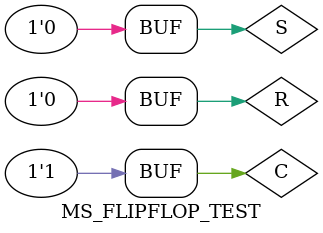
<source format=v>
`timescale 1ns / 1ps


module MS_FLIPFLOP_TEST;

	// Inputs
	reg S;
	reg R;
	reg C;

	// Outputs
	wire Q;
	wire Qbar;
	wire Y;

	// Instantiate the Unit Under Test (UUT)
	MS_FLIPFLOP uut (
		.S(S), 
		.R(R), 
		.C(C), 
		.Q(Q), 
		.Qbar(Qbar), 
		.Y(Y)
	);

	initial begin
		// Initialize Inputs
		S = 0;
		R = 0;
		C = 0;

		// Wait 100 ns for global reset to finish
		#100;
        
		// Add stimulus here
	R=1;S=1; #50;
	R=1;S=0; #50;
	R=1;S=1; #50;
	R=0;S=1; #50;
	R=1;S=1; #50;
	R=0;S=0; #50;
	R=1;S=1; #50;
	
	R=0;S=0; #50;
	R=1; #5;
	R=0; #5;
	S=1; #5;
	S=0; #5;

	end
always begin
	C=0;#20;
	C=1;#20;
end

      
endmodule


</source>
